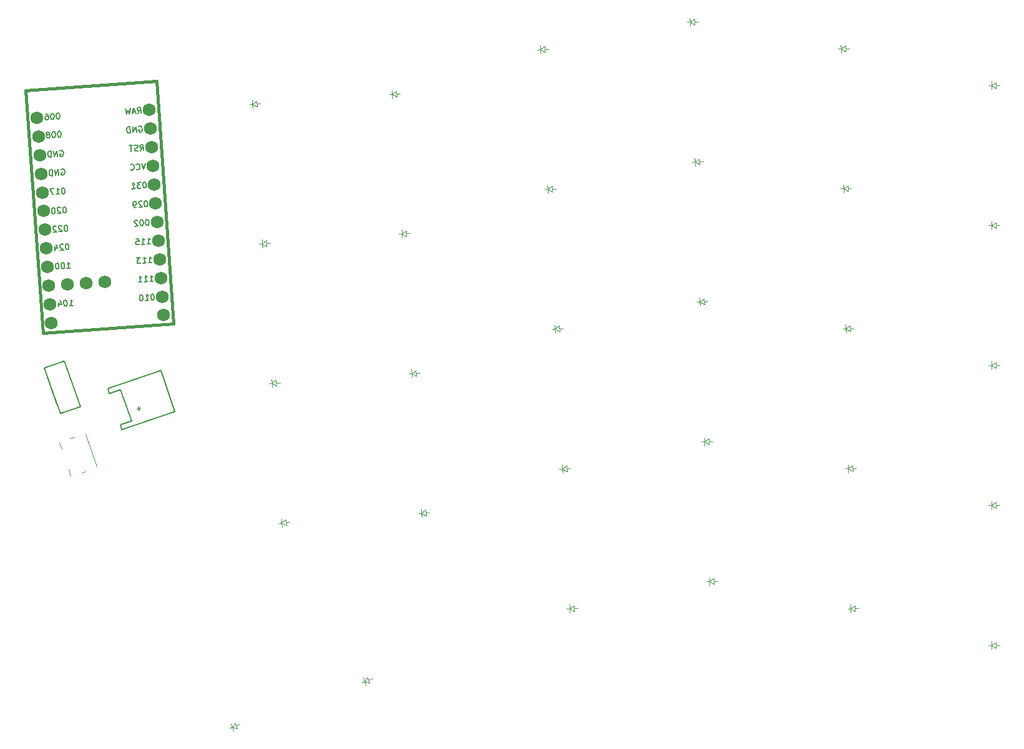
<source format=gbr>
%TF.GenerationSoftware,KiCad,Pcbnew,8.0.4*%
%TF.CreationDate,2024-08-23T21:58:39-04:00*%
%TF.ProjectId,right,72696768-742e-46b6-9963-61645f706362,v1.0.0*%
%TF.SameCoordinates,Original*%
%TF.FileFunction,Legend,Bot*%
%TF.FilePolarity,Positive*%
%FSLAX46Y46*%
G04 Gerber Fmt 4.6, Leading zero omitted, Abs format (unit mm)*
G04 Created by KiCad (PCBNEW 8.0.4) date 2024-08-23 21:58:39*
%MOMM*%
%LPD*%
G01*
G04 APERTURE LIST*
%ADD10C,0.150000*%
%ADD11C,0.381000*%
%ADD12C,0.100000*%
%ADD13C,0.120000*%
%ADD14C,1.752600*%
G04 APERTURE END LIST*
D10*
X234965392Y-137192917D02*
X234889387Y-137198232D01*
X234889387Y-137198232D02*
X234816039Y-137241549D01*
X234816039Y-137241549D02*
X234780694Y-137282209D01*
X234780694Y-137282209D02*
X234748007Y-137360871D01*
X234748007Y-137360871D02*
X234720634Y-137515538D01*
X234720634Y-137515538D02*
X234733921Y-137705550D01*
X234733921Y-137705550D02*
X234782553Y-137854903D01*
X234782553Y-137854903D02*
X234825870Y-137928250D01*
X234825870Y-137928250D02*
X234866530Y-137963595D01*
X234866530Y-137963595D02*
X234945192Y-137996283D01*
X234945192Y-137996283D02*
X235021197Y-137990968D01*
X235021197Y-137990968D02*
X235094545Y-137947651D01*
X235094545Y-137947651D02*
X235129890Y-137906991D01*
X235129890Y-137906991D02*
X235162577Y-137828329D01*
X235162577Y-137828329D02*
X235189950Y-137673662D01*
X235189950Y-137673662D02*
X235176663Y-137483649D01*
X235176663Y-137483649D02*
X235128031Y-137334297D01*
X235128031Y-137334297D02*
X235084714Y-137260950D01*
X235084714Y-137260950D02*
X235044054Y-137225604D01*
X235044054Y-137225604D02*
X234965392Y-137192917D01*
X234205343Y-137246065D02*
X234129338Y-137251379D01*
X234129338Y-137251379D02*
X234055990Y-137294697D01*
X234055990Y-137294697D02*
X234020645Y-137335356D01*
X234020645Y-137335356D02*
X233987958Y-137414019D01*
X233987958Y-137414019D02*
X233960585Y-137568686D01*
X233960585Y-137568686D02*
X233973872Y-137758698D01*
X233973872Y-137758698D02*
X234022504Y-137908050D01*
X234022504Y-137908050D02*
X234065821Y-137981398D01*
X234065821Y-137981398D02*
X234106481Y-138016743D01*
X234106481Y-138016743D02*
X234185143Y-138049431D01*
X234185143Y-138049431D02*
X234261148Y-138044116D01*
X234261148Y-138044116D02*
X234334495Y-138000799D01*
X234334495Y-138000799D02*
X234369841Y-137960139D01*
X234369841Y-137960139D02*
X234402528Y-137881477D01*
X234402528Y-137881477D02*
X234429901Y-137726809D01*
X234429901Y-137726809D02*
X234416614Y-137536797D01*
X234416614Y-137536797D02*
X234367982Y-137387445D01*
X234367982Y-137387445D02*
X234324665Y-137314097D01*
X234324665Y-137314097D02*
X234284005Y-137278752D01*
X234284005Y-137278752D02*
X234205343Y-137246065D01*
X233640621Y-137361930D02*
X233599961Y-137326585D01*
X233599961Y-137326585D02*
X233521299Y-137293898D01*
X233521299Y-137293898D02*
X233331286Y-137307185D01*
X233331286Y-137307185D02*
X233257939Y-137350502D01*
X233257939Y-137350502D02*
X233222594Y-137391162D01*
X233222594Y-137391162D02*
X233189906Y-137469824D01*
X233189906Y-137469824D02*
X233195221Y-137545829D01*
X233195221Y-137545829D02*
X233241196Y-137657179D01*
X233241196Y-137657179D02*
X233729114Y-138081319D01*
X233729114Y-138081319D02*
X233235082Y-138115865D01*
X223275093Y-130409963D02*
X223348440Y-130366646D01*
X223348440Y-130366646D02*
X223462447Y-130358674D01*
X223462447Y-130358674D02*
X223579112Y-130388704D01*
X223579112Y-130388704D02*
X223660432Y-130459394D01*
X223660432Y-130459394D02*
X223703749Y-130532742D01*
X223703749Y-130532742D02*
X223752381Y-130682094D01*
X223752381Y-130682094D02*
X223760353Y-130796101D01*
X223760353Y-130796101D02*
X223732980Y-130950769D01*
X223732980Y-130950769D02*
X223700293Y-131029431D01*
X223700293Y-131029431D02*
X223629602Y-131110750D01*
X223629602Y-131110750D02*
X223518253Y-131156725D01*
X223518253Y-131156725D02*
X223442248Y-131162040D01*
X223442248Y-131162040D02*
X223325583Y-131132010D01*
X223325583Y-131132010D02*
X223284923Y-131096665D01*
X223284923Y-131096665D02*
X223266321Y-130830647D01*
X223266321Y-130830647D02*
X223418331Y-130820018D01*
X222948216Y-131196586D02*
X222892411Y-130398535D01*
X222892411Y-130398535D02*
X222492187Y-131228475D01*
X222492187Y-131228475D02*
X222436382Y-130430423D01*
X222112163Y-131255048D02*
X222056357Y-130456997D01*
X222056357Y-130456997D02*
X221866345Y-130470284D01*
X221866345Y-130470284D02*
X221754995Y-130516259D01*
X221754995Y-130516259D02*
X221684305Y-130597578D01*
X221684305Y-130597578D02*
X221651617Y-130676241D01*
X221651617Y-130676241D02*
X221624245Y-130830908D01*
X221624245Y-130830908D02*
X221632217Y-130944915D01*
X221632217Y-130944915D02*
X221680849Y-131094268D01*
X221680849Y-131094268D02*
X221724166Y-131167615D01*
X221724166Y-131167615D02*
X221805486Y-131238305D01*
X221805486Y-131238305D02*
X221922150Y-131268335D01*
X221922150Y-131268335D02*
X222112163Y-131255048D01*
X235286725Y-145611008D02*
X235742754Y-145579119D01*
X235514740Y-145595063D02*
X235458934Y-144797012D01*
X235458934Y-144797012D02*
X235542911Y-144905705D01*
X235542911Y-144905705D02*
X235624231Y-144976395D01*
X235624231Y-144976395D02*
X235702893Y-145009082D01*
X234526676Y-145664156D02*
X234982705Y-145632267D01*
X234754691Y-145648211D02*
X234698885Y-144850160D01*
X234698885Y-144850160D02*
X234782862Y-144958853D01*
X234782862Y-144958853D02*
X234864182Y-145029543D01*
X234864182Y-145029543D02*
X234942844Y-145062230D01*
X233766627Y-145717303D02*
X234222656Y-145685415D01*
X233994642Y-145701359D02*
X233938836Y-144903308D01*
X233938836Y-144903308D02*
X234022813Y-145012000D01*
X234022813Y-145012000D02*
X234104133Y-145082690D01*
X234104133Y-145082690D02*
X234182795Y-145115378D01*
X224062139Y-143849706D02*
X224518168Y-143817817D01*
X224290154Y-143833761D02*
X224234348Y-143035710D01*
X224234348Y-143035710D02*
X224318325Y-143144403D01*
X224318325Y-143144403D02*
X224399645Y-143215093D01*
X224399645Y-143215093D02*
X224478307Y-143247780D01*
X223512302Y-143086201D02*
X223436297Y-143091515D01*
X223436297Y-143091515D02*
X223362949Y-143134833D01*
X223362949Y-143134833D02*
X223327604Y-143175492D01*
X223327604Y-143175492D02*
X223294917Y-143254155D01*
X223294917Y-143254155D02*
X223267544Y-143408822D01*
X223267544Y-143408822D02*
X223280831Y-143598834D01*
X223280831Y-143598834D02*
X223329463Y-143748186D01*
X223329463Y-143748186D02*
X223372780Y-143821534D01*
X223372780Y-143821534D02*
X223413440Y-143856879D01*
X223413440Y-143856879D02*
X223492102Y-143889567D01*
X223492102Y-143889567D02*
X223568107Y-143884252D01*
X223568107Y-143884252D02*
X223641454Y-143840935D01*
X223641454Y-143840935D02*
X223676800Y-143800275D01*
X223676800Y-143800275D02*
X223709487Y-143721613D01*
X223709487Y-143721613D02*
X223736860Y-143566945D01*
X223736860Y-143566945D02*
X223723573Y-143376933D01*
X223723573Y-143376933D02*
X223674941Y-143227581D01*
X223674941Y-143227581D02*
X223631624Y-143154233D01*
X223631624Y-143154233D02*
X223590964Y-143118888D01*
X223590964Y-143118888D02*
X223512302Y-143086201D01*
X222752253Y-143139348D02*
X222676248Y-143144663D01*
X222676248Y-143144663D02*
X222602900Y-143187980D01*
X222602900Y-143187980D02*
X222567555Y-143228640D01*
X222567555Y-143228640D02*
X222534868Y-143307303D01*
X222534868Y-143307303D02*
X222507495Y-143461970D01*
X222507495Y-143461970D02*
X222520782Y-143651982D01*
X222520782Y-143651982D02*
X222569414Y-143801334D01*
X222569414Y-143801334D02*
X222612731Y-143874682D01*
X222612731Y-143874682D02*
X222653391Y-143910027D01*
X222653391Y-143910027D02*
X222732053Y-143942714D01*
X222732053Y-143942714D02*
X222808058Y-143937400D01*
X222808058Y-143937400D02*
X222881405Y-143894082D01*
X222881405Y-143894082D02*
X222916751Y-143853423D01*
X222916751Y-143853423D02*
X222949438Y-143774760D01*
X222949438Y-143774760D02*
X222976811Y-143620093D01*
X222976811Y-143620093D02*
X222963524Y-143430081D01*
X222963524Y-143430081D02*
X222914892Y-143280729D01*
X222914892Y-143280729D02*
X222871575Y-143207381D01*
X222871575Y-143207381D02*
X222830915Y-143172036D01*
X222830915Y-143172036D02*
X222752253Y-143139348D01*
X234699865Y-129572877D02*
X234489653Y-130389530D01*
X234489653Y-130389530D02*
X234167831Y-129610081D01*
X233496275Y-130382617D02*
X233536935Y-130417962D01*
X233536935Y-130417962D02*
X233653600Y-130447993D01*
X233653600Y-130447993D02*
X233729605Y-130442678D01*
X233729605Y-130442678D02*
X233840954Y-130396703D01*
X233840954Y-130396703D02*
X233911645Y-130315384D01*
X233911645Y-130315384D02*
X233944332Y-130236721D01*
X233944332Y-130236721D02*
X233971705Y-130082054D01*
X233971705Y-130082054D02*
X233963733Y-129968047D01*
X233963733Y-129968047D02*
X233915101Y-129818694D01*
X233915101Y-129818694D02*
X233871784Y-129745347D01*
X233871784Y-129745347D02*
X233790464Y-129674657D01*
X233790464Y-129674657D02*
X233673799Y-129644627D01*
X233673799Y-129644627D02*
X233597794Y-129649941D01*
X233597794Y-129649941D02*
X233486445Y-129695916D01*
X233486445Y-129695916D02*
X233451099Y-129736576D01*
X232698224Y-130438422D02*
X232738884Y-130473767D01*
X232738884Y-130473767D02*
X232855548Y-130503798D01*
X232855548Y-130503798D02*
X232931553Y-130498483D01*
X232931553Y-130498483D02*
X233042903Y-130452508D01*
X233042903Y-130452508D02*
X233113593Y-130371189D01*
X233113593Y-130371189D02*
X233146281Y-130292526D01*
X233146281Y-130292526D02*
X233173654Y-130137859D01*
X233173654Y-130137859D02*
X233165682Y-130023852D01*
X233165682Y-130023852D02*
X233117050Y-129874500D01*
X233117050Y-129874500D02*
X233073732Y-129801152D01*
X233073732Y-129801152D02*
X232992413Y-129730462D01*
X232992413Y-129730462D02*
X232875748Y-129700432D01*
X232875748Y-129700432D02*
X232799743Y-129705747D01*
X232799743Y-129705747D02*
X232688393Y-129751721D01*
X232688393Y-129751721D02*
X232653048Y-129792381D01*
X223564323Y-132907777D02*
X223488318Y-132913092D01*
X223488318Y-132913092D02*
X223414970Y-132956409D01*
X223414970Y-132956409D02*
X223379625Y-132997069D01*
X223379625Y-132997069D02*
X223346938Y-133075731D01*
X223346938Y-133075731D02*
X223319565Y-133230398D01*
X223319565Y-133230398D02*
X223332852Y-133420410D01*
X223332852Y-133420410D02*
X223381484Y-133569763D01*
X223381484Y-133569763D02*
X223424801Y-133643110D01*
X223424801Y-133643110D02*
X223465461Y-133678455D01*
X223465461Y-133678455D02*
X223544123Y-133711143D01*
X223544123Y-133711143D02*
X223620128Y-133705828D01*
X223620128Y-133705828D02*
X223693476Y-133662511D01*
X223693476Y-133662511D02*
X223728821Y-133621851D01*
X223728821Y-133621851D02*
X223761508Y-133543189D01*
X223761508Y-133543189D02*
X223788881Y-133388522D01*
X223788881Y-133388522D02*
X223775594Y-133198509D01*
X223775594Y-133198509D02*
X223726962Y-133049157D01*
X223726962Y-133049157D02*
X223683645Y-132975810D01*
X223683645Y-132975810D02*
X223642985Y-132940464D01*
X223642985Y-132940464D02*
X223564323Y-132907777D01*
X222594062Y-133777578D02*
X223050091Y-133745689D01*
X222822077Y-133761633D02*
X222766271Y-132963582D01*
X222766271Y-132963582D02*
X222850248Y-133072275D01*
X222850248Y-133072275D02*
X222931568Y-133142965D01*
X222931568Y-133142965D02*
X223010230Y-133175652D01*
X222272239Y-132998128D02*
X221740205Y-133035332D01*
X221740205Y-133035332D02*
X222138032Y-133809466D01*
X223097912Y-127876151D02*
X223171259Y-127832834D01*
X223171259Y-127832834D02*
X223285266Y-127824862D01*
X223285266Y-127824862D02*
X223401931Y-127854892D01*
X223401931Y-127854892D02*
X223483251Y-127925582D01*
X223483251Y-127925582D02*
X223526568Y-127998930D01*
X223526568Y-127998930D02*
X223575200Y-128148282D01*
X223575200Y-128148282D02*
X223583172Y-128262289D01*
X223583172Y-128262289D02*
X223555799Y-128416957D01*
X223555799Y-128416957D02*
X223523112Y-128495619D01*
X223523112Y-128495619D02*
X223452421Y-128576938D01*
X223452421Y-128576938D02*
X223341072Y-128622913D01*
X223341072Y-128622913D02*
X223265067Y-128628228D01*
X223265067Y-128628228D02*
X223148402Y-128598198D01*
X223148402Y-128598198D02*
X223107742Y-128562853D01*
X223107742Y-128562853D02*
X223089140Y-128296835D01*
X223089140Y-128296835D02*
X223241150Y-128286206D01*
X222771035Y-128662774D02*
X222715230Y-127864723D01*
X222715230Y-127864723D02*
X222315006Y-128694663D01*
X222315006Y-128694663D02*
X222259201Y-127896611D01*
X221934982Y-128721236D02*
X221879176Y-127923185D01*
X221879176Y-127923185D02*
X221689164Y-127936472D01*
X221689164Y-127936472D02*
X221577814Y-127982447D01*
X221577814Y-127982447D02*
X221507124Y-128063766D01*
X221507124Y-128063766D02*
X221474436Y-128142429D01*
X221474436Y-128142429D02*
X221447064Y-128297096D01*
X221447064Y-128297096D02*
X221455036Y-128411103D01*
X221455036Y-128411103D02*
X221503668Y-128560456D01*
X221503668Y-128560456D02*
X221546985Y-128633803D01*
X221546985Y-128633803D02*
X221628305Y-128704493D01*
X221628305Y-128704493D02*
X221744969Y-128734523D01*
X221744969Y-128734523D02*
X221934982Y-128721236D01*
X224095169Y-140499240D02*
X224019164Y-140504555D01*
X224019164Y-140504555D02*
X223945816Y-140547872D01*
X223945816Y-140547872D02*
X223910471Y-140588532D01*
X223910471Y-140588532D02*
X223877784Y-140667194D01*
X223877784Y-140667194D02*
X223850411Y-140821861D01*
X223850411Y-140821861D02*
X223863698Y-141011873D01*
X223863698Y-141011873D02*
X223912330Y-141161226D01*
X223912330Y-141161226D02*
X223955647Y-141234573D01*
X223955647Y-141234573D02*
X223996307Y-141269918D01*
X223996307Y-141269918D02*
X224074969Y-141302606D01*
X224074969Y-141302606D02*
X224150974Y-141297291D01*
X224150974Y-141297291D02*
X224224322Y-141253974D01*
X224224322Y-141253974D02*
X224259667Y-141213314D01*
X224259667Y-141213314D02*
X224292354Y-141134652D01*
X224292354Y-141134652D02*
X224319727Y-140979985D01*
X224319727Y-140979985D02*
X224306440Y-140789972D01*
X224306440Y-140789972D02*
X224257808Y-140640620D01*
X224257808Y-140640620D02*
X224214491Y-140567273D01*
X224214491Y-140567273D02*
X224173831Y-140531927D01*
X224173831Y-140531927D02*
X224095169Y-140499240D01*
X223530447Y-140615106D02*
X223489787Y-140579760D01*
X223489787Y-140579760D02*
X223411125Y-140547073D01*
X223411125Y-140547073D02*
X223221112Y-140560360D01*
X223221112Y-140560360D02*
X223147765Y-140603677D01*
X223147765Y-140603677D02*
X223112420Y-140644337D01*
X223112420Y-140644337D02*
X223079732Y-140722999D01*
X223079732Y-140722999D02*
X223085047Y-140799004D01*
X223085047Y-140799004D02*
X223131022Y-140910354D01*
X223131022Y-140910354D02*
X223618940Y-141334495D01*
X223618940Y-141334495D02*
X223124908Y-141369041D01*
X222403660Y-140884839D02*
X222440864Y-141416874D01*
X222572413Y-140567533D02*
X222802286Y-141124283D01*
X222802286Y-141124283D02*
X222308255Y-141158829D01*
X234611030Y-132125292D02*
X234535025Y-132130607D01*
X234535025Y-132130607D02*
X234461677Y-132173924D01*
X234461677Y-132173924D02*
X234426332Y-132214584D01*
X234426332Y-132214584D02*
X234393645Y-132293246D01*
X234393645Y-132293246D02*
X234366272Y-132447913D01*
X234366272Y-132447913D02*
X234379559Y-132637925D01*
X234379559Y-132637925D02*
X234428191Y-132787278D01*
X234428191Y-132787278D02*
X234471508Y-132860625D01*
X234471508Y-132860625D02*
X234512168Y-132895970D01*
X234512168Y-132895970D02*
X234590830Y-132928658D01*
X234590830Y-132928658D02*
X234666835Y-132923343D01*
X234666835Y-132923343D02*
X234740183Y-132880026D01*
X234740183Y-132880026D02*
X234775528Y-132839366D01*
X234775528Y-132839366D02*
X234808215Y-132760704D01*
X234808215Y-132760704D02*
X234835588Y-132606037D01*
X234835588Y-132606037D02*
X234822301Y-132416024D01*
X234822301Y-132416024D02*
X234773669Y-132266672D01*
X234773669Y-132266672D02*
X234730352Y-132193325D01*
X234730352Y-132193325D02*
X234689692Y-132157979D01*
X234689692Y-132157979D02*
X234611030Y-132125292D01*
X234078995Y-132162495D02*
X233584964Y-132197041D01*
X233584964Y-132197041D02*
X233872240Y-132482459D01*
X233872240Y-132482459D02*
X233758233Y-132490431D01*
X233758233Y-132490431D02*
X233684885Y-132533749D01*
X233684885Y-132533749D02*
X233649540Y-132574408D01*
X233649540Y-132574408D02*
X233616852Y-132653071D01*
X233616852Y-132653071D02*
X233630139Y-132843083D01*
X233630139Y-132843083D02*
X233673457Y-132916430D01*
X233673457Y-132916430D02*
X233714116Y-132951775D01*
X233714116Y-132951775D02*
X233792779Y-132984463D01*
X233792779Y-132984463D02*
X234020793Y-132968519D01*
X234020793Y-132968519D02*
X234094141Y-132925201D01*
X234094141Y-132925201D02*
X234129486Y-132884542D01*
X232880720Y-133048240D02*
X233336749Y-133016352D01*
X233108735Y-133032296D02*
X233052929Y-132234245D01*
X233052929Y-132234245D02*
X233136906Y-132342937D01*
X233136906Y-132342937D02*
X233218226Y-132413627D01*
X233218226Y-132413627D02*
X233296888Y-132446315D01*
X234002134Y-127877418D02*
X234241577Y-127478792D01*
X234458163Y-127845530D02*
X234402358Y-127047478D01*
X234402358Y-127047478D02*
X234098338Y-127068737D01*
X234098338Y-127068737D02*
X234024991Y-127112055D01*
X234024991Y-127112055D02*
X233989646Y-127152714D01*
X233989646Y-127152714D02*
X233956958Y-127231377D01*
X233956958Y-127231377D02*
X233964930Y-127345384D01*
X233964930Y-127345384D02*
X234008247Y-127418732D01*
X234008247Y-127418732D02*
X234048907Y-127454077D01*
X234048907Y-127454077D02*
X234127570Y-127486764D01*
X234127570Y-127486764D02*
X234431589Y-127465505D01*
X233695457Y-127860675D02*
X233584107Y-127906650D01*
X233584107Y-127906650D02*
X233394095Y-127919936D01*
X233394095Y-127919936D02*
X233315432Y-127887249D01*
X233315432Y-127887249D02*
X233274773Y-127851904D01*
X233274773Y-127851904D02*
X233231455Y-127778556D01*
X233231455Y-127778556D02*
X233226141Y-127702551D01*
X233226141Y-127702551D02*
X233258828Y-127623889D01*
X233258828Y-127623889D02*
X233294173Y-127583229D01*
X233294173Y-127583229D02*
X233367521Y-127539912D01*
X233367521Y-127539912D02*
X233516873Y-127491280D01*
X233516873Y-127491280D02*
X233590221Y-127447963D01*
X233590221Y-127447963D02*
X233625566Y-127407303D01*
X233625566Y-127407303D02*
X233658253Y-127328641D01*
X233658253Y-127328641D02*
X233652939Y-127252636D01*
X233652939Y-127252636D02*
X233609621Y-127179288D01*
X233609621Y-127179288D02*
X233568962Y-127143943D01*
X233568962Y-127143943D02*
X233490299Y-127111256D01*
X233490299Y-127111256D02*
X233300287Y-127124543D01*
X233300287Y-127124543D02*
X233188937Y-127170517D01*
X232958265Y-127148459D02*
X232502236Y-127180348D01*
X232786055Y-127962455D02*
X232730250Y-127164403D01*
X222854899Y-122762551D02*
X222778894Y-122767866D01*
X222778894Y-122767866D02*
X222705546Y-122811183D01*
X222705546Y-122811183D02*
X222670201Y-122851843D01*
X222670201Y-122851843D02*
X222637514Y-122930505D01*
X222637514Y-122930505D02*
X222610141Y-123085172D01*
X222610141Y-123085172D02*
X222623428Y-123275184D01*
X222623428Y-123275184D02*
X222672060Y-123424537D01*
X222672060Y-123424537D02*
X222715377Y-123497884D01*
X222715377Y-123497884D02*
X222756037Y-123533229D01*
X222756037Y-123533229D02*
X222834699Y-123565917D01*
X222834699Y-123565917D02*
X222910704Y-123560602D01*
X222910704Y-123560602D02*
X222984052Y-123517285D01*
X222984052Y-123517285D02*
X223019397Y-123476625D01*
X223019397Y-123476625D02*
X223052084Y-123397963D01*
X223052084Y-123397963D02*
X223079457Y-123243296D01*
X223079457Y-123243296D02*
X223066170Y-123053283D01*
X223066170Y-123053283D02*
X223017538Y-122903931D01*
X223017538Y-122903931D02*
X222974221Y-122830584D01*
X222974221Y-122830584D02*
X222933561Y-122795238D01*
X222933561Y-122795238D02*
X222854899Y-122762551D01*
X222094850Y-122815699D02*
X222018845Y-122821013D01*
X222018845Y-122821013D02*
X221945497Y-122864331D01*
X221945497Y-122864331D02*
X221910152Y-122904990D01*
X221910152Y-122904990D02*
X221877465Y-122983653D01*
X221877465Y-122983653D02*
X221850092Y-123138320D01*
X221850092Y-123138320D02*
X221863379Y-123328332D01*
X221863379Y-123328332D02*
X221912011Y-123477684D01*
X221912011Y-123477684D02*
X221955328Y-123551032D01*
X221955328Y-123551032D02*
X221995988Y-123586377D01*
X221995988Y-123586377D02*
X222074650Y-123619065D01*
X222074650Y-123619065D02*
X222150655Y-123613750D01*
X222150655Y-123613750D02*
X222224002Y-123570433D01*
X222224002Y-123570433D02*
X222259348Y-123529773D01*
X222259348Y-123529773D02*
X222292035Y-123451111D01*
X222292035Y-123451111D02*
X222319408Y-123296443D01*
X222319408Y-123296443D02*
X222306121Y-123106431D01*
X222306121Y-123106431D02*
X222257489Y-122957079D01*
X222257489Y-122957079D02*
X222214172Y-122883731D01*
X222214172Y-122883731D02*
X222173512Y-122848386D01*
X222173512Y-122848386D02*
X222094850Y-122815699D01*
X221144789Y-122882133D02*
X221296798Y-122871504D01*
X221296798Y-122871504D02*
X221375461Y-122904191D01*
X221375461Y-122904191D02*
X221416120Y-122939537D01*
X221416120Y-122939537D02*
X221500097Y-123048229D01*
X221500097Y-123048229D02*
X221548729Y-123197581D01*
X221548729Y-123197581D02*
X221569989Y-123501601D01*
X221569989Y-123501601D02*
X221537301Y-123580263D01*
X221537301Y-123580263D02*
X221501956Y-123620923D01*
X221501956Y-123620923D02*
X221428608Y-123664240D01*
X221428608Y-123664240D02*
X221276599Y-123674870D01*
X221276599Y-123674870D02*
X221197936Y-123642182D01*
X221197936Y-123642182D02*
X221157277Y-123606837D01*
X221157277Y-123606837D02*
X221113959Y-123533490D01*
X221113959Y-123533490D02*
X221100672Y-123343477D01*
X221100672Y-123343477D02*
X221133360Y-123264815D01*
X221133360Y-123264815D02*
X221168705Y-123224155D01*
X221168705Y-123224155D02*
X221242053Y-123180838D01*
X221242053Y-123180838D02*
X221394062Y-123170209D01*
X221394062Y-123170209D02*
X221472725Y-123202896D01*
X221472725Y-123202896D02*
X221513384Y-123238241D01*
X221513384Y-123238241D02*
X221556702Y-123311589D01*
X233647771Y-122809793D02*
X233887215Y-122411167D01*
X234103801Y-122777904D02*
X234047995Y-121979853D01*
X234047995Y-121979853D02*
X233743976Y-122001112D01*
X233743976Y-122001112D02*
X233670628Y-122044429D01*
X233670628Y-122044429D02*
X233635283Y-122085089D01*
X233635283Y-122085089D02*
X233602596Y-122163752D01*
X233602596Y-122163752D02*
X233610568Y-122277759D01*
X233610568Y-122277759D02*
X233653885Y-122351106D01*
X233653885Y-122351106D02*
X233694545Y-122386451D01*
X233694545Y-122386451D02*
X233773207Y-122419139D01*
X233773207Y-122419139D02*
X234077227Y-122397880D01*
X233327807Y-122603038D02*
X232947783Y-122629611D01*
X233419757Y-122825737D02*
X233097934Y-122046288D01*
X233097934Y-122046288D02*
X232887723Y-122862941D01*
X232641905Y-122078177D02*
X232507698Y-122889515D01*
X232507698Y-122889515D02*
X232315828Y-122330108D01*
X232315828Y-122330108D02*
X232203679Y-122910774D01*
X232203679Y-122910774D02*
X231957862Y-122126010D01*
X234932362Y-140543383D02*
X235388391Y-140511494D01*
X235160377Y-140527438D02*
X235104571Y-139729387D01*
X235104571Y-139729387D02*
X235188548Y-139838080D01*
X235188548Y-139838080D02*
X235269868Y-139908770D01*
X235269868Y-139908770D02*
X235348530Y-139941457D01*
X234172313Y-140596531D02*
X234628342Y-140564642D01*
X234400328Y-140580586D02*
X234344522Y-139782535D01*
X234344522Y-139782535D02*
X234428499Y-139891228D01*
X234428499Y-139891228D02*
X234509819Y-139961918D01*
X234509819Y-139961918D02*
X234588481Y-139994605D01*
X233394461Y-139848970D02*
X233774486Y-139822396D01*
X233774486Y-139822396D02*
X233839062Y-140199763D01*
X233839062Y-140199763D02*
X233798402Y-140164418D01*
X233798402Y-140164418D02*
X233719740Y-140131730D01*
X233719740Y-140131730D02*
X233529728Y-140145017D01*
X233529728Y-140145017D02*
X233456380Y-140188334D01*
X233456380Y-140188334D02*
X233421035Y-140228994D01*
X233421035Y-140228994D02*
X233388347Y-140307656D01*
X233388347Y-140307656D02*
X233401634Y-140497669D01*
X233401634Y-140497669D02*
X233444952Y-140571016D01*
X233444952Y-140571016D02*
X233485611Y-140606361D01*
X233485611Y-140606361D02*
X233564274Y-140639049D01*
X233564274Y-140639049D02*
X233754286Y-140625762D01*
X233754286Y-140625762D02*
X233827633Y-140582445D01*
X233827633Y-140582445D02*
X233862978Y-140541785D01*
X224416502Y-148917331D02*
X224872531Y-148885442D01*
X224644517Y-148901386D02*
X224588711Y-148103335D01*
X224588711Y-148103335D02*
X224672688Y-148212028D01*
X224672688Y-148212028D02*
X224754008Y-148282718D01*
X224754008Y-148282718D02*
X224832670Y-148315405D01*
X223866665Y-148153826D02*
X223790660Y-148159140D01*
X223790660Y-148159140D02*
X223717312Y-148202458D01*
X223717312Y-148202458D02*
X223681967Y-148243117D01*
X223681967Y-148243117D02*
X223649280Y-148321780D01*
X223649280Y-148321780D02*
X223621907Y-148476447D01*
X223621907Y-148476447D02*
X223635194Y-148666459D01*
X223635194Y-148666459D02*
X223683826Y-148815811D01*
X223683826Y-148815811D02*
X223727143Y-148889159D01*
X223727143Y-148889159D02*
X223767803Y-148924504D01*
X223767803Y-148924504D02*
X223846465Y-148957192D01*
X223846465Y-148957192D02*
X223922470Y-148951877D01*
X223922470Y-148951877D02*
X223995817Y-148908560D01*
X223995817Y-148908560D02*
X224031163Y-148867900D01*
X224031163Y-148867900D02*
X224063850Y-148789238D01*
X224063850Y-148789238D02*
X224091223Y-148634570D01*
X224091223Y-148634570D02*
X224077936Y-148444558D01*
X224077936Y-148444558D02*
X224029304Y-148295206D01*
X224029304Y-148295206D02*
X223985987Y-148221858D01*
X223985987Y-148221858D02*
X223945327Y-148186513D01*
X223945327Y-148186513D02*
X223866665Y-148153826D01*
X222935205Y-148486277D02*
X222972409Y-149018312D01*
X223103958Y-148168971D02*
X223333831Y-148725721D01*
X223333831Y-148725721D02*
X222839800Y-148760267D01*
X223920081Y-137995354D02*
X223844076Y-138000669D01*
X223844076Y-138000669D02*
X223770728Y-138043986D01*
X223770728Y-138043986D02*
X223735383Y-138084646D01*
X223735383Y-138084646D02*
X223702696Y-138163308D01*
X223702696Y-138163308D02*
X223675323Y-138317975D01*
X223675323Y-138317975D02*
X223688610Y-138507987D01*
X223688610Y-138507987D02*
X223737242Y-138657340D01*
X223737242Y-138657340D02*
X223780559Y-138730687D01*
X223780559Y-138730687D02*
X223821219Y-138766032D01*
X223821219Y-138766032D02*
X223899881Y-138798720D01*
X223899881Y-138798720D02*
X223975886Y-138793405D01*
X223975886Y-138793405D02*
X224049234Y-138750088D01*
X224049234Y-138750088D02*
X224084579Y-138709428D01*
X224084579Y-138709428D02*
X224117266Y-138630766D01*
X224117266Y-138630766D02*
X224144639Y-138476099D01*
X224144639Y-138476099D02*
X224131352Y-138286086D01*
X224131352Y-138286086D02*
X224082720Y-138136734D01*
X224082720Y-138136734D02*
X224039403Y-138063387D01*
X224039403Y-138063387D02*
X223998743Y-138028041D01*
X223998743Y-138028041D02*
X223920081Y-137995354D01*
X223355359Y-138111220D02*
X223314699Y-138075874D01*
X223314699Y-138075874D02*
X223236037Y-138043187D01*
X223236037Y-138043187D02*
X223046024Y-138056474D01*
X223046024Y-138056474D02*
X222972677Y-138099791D01*
X222972677Y-138099791D02*
X222937332Y-138140451D01*
X222937332Y-138140451D02*
X222904644Y-138219113D01*
X222904644Y-138219113D02*
X222909959Y-138295118D01*
X222909959Y-138295118D02*
X222955934Y-138406468D01*
X222955934Y-138406468D02*
X223443852Y-138830609D01*
X223443852Y-138830609D02*
X222949820Y-138865155D01*
X222595310Y-138164367D02*
X222554650Y-138129022D01*
X222554650Y-138129022D02*
X222475988Y-138096335D01*
X222475988Y-138096335D02*
X222285975Y-138109622D01*
X222285975Y-138109622D02*
X222212628Y-138152939D01*
X222212628Y-138152939D02*
X222177283Y-138193599D01*
X222177283Y-138193599D02*
X222144595Y-138272261D01*
X222144595Y-138272261D02*
X222149910Y-138348266D01*
X222149910Y-138348266D02*
X222195885Y-138459616D01*
X222195885Y-138459616D02*
X222683803Y-138883756D01*
X222683803Y-138883756D02*
X222189771Y-138918302D01*
X223745690Y-135501444D02*
X223669685Y-135506759D01*
X223669685Y-135506759D02*
X223596337Y-135550076D01*
X223596337Y-135550076D02*
X223560992Y-135590736D01*
X223560992Y-135590736D02*
X223528305Y-135669398D01*
X223528305Y-135669398D02*
X223500932Y-135824065D01*
X223500932Y-135824065D02*
X223514219Y-136014077D01*
X223514219Y-136014077D02*
X223562851Y-136163430D01*
X223562851Y-136163430D02*
X223606168Y-136236777D01*
X223606168Y-136236777D02*
X223646828Y-136272122D01*
X223646828Y-136272122D02*
X223725490Y-136304810D01*
X223725490Y-136304810D02*
X223801495Y-136299495D01*
X223801495Y-136299495D02*
X223874843Y-136256178D01*
X223874843Y-136256178D02*
X223910188Y-136215518D01*
X223910188Y-136215518D02*
X223942875Y-136136856D01*
X223942875Y-136136856D02*
X223970248Y-135982189D01*
X223970248Y-135982189D02*
X223956961Y-135792176D01*
X223956961Y-135792176D02*
X223908329Y-135642824D01*
X223908329Y-135642824D02*
X223865012Y-135569477D01*
X223865012Y-135569477D02*
X223824352Y-135534131D01*
X223824352Y-135534131D02*
X223745690Y-135501444D01*
X223180968Y-135617310D02*
X223140308Y-135581964D01*
X223140308Y-135581964D02*
X223061646Y-135549277D01*
X223061646Y-135549277D02*
X222871633Y-135562564D01*
X222871633Y-135562564D02*
X222798286Y-135605881D01*
X222798286Y-135605881D02*
X222762941Y-135646541D01*
X222762941Y-135646541D02*
X222730253Y-135725203D01*
X222730253Y-135725203D02*
X222735568Y-135801208D01*
X222735568Y-135801208D02*
X222781543Y-135912558D01*
X222781543Y-135912558D02*
X223269461Y-136336699D01*
X223269461Y-136336699D02*
X222775429Y-136371245D01*
X222225592Y-135607739D02*
X222149587Y-135613054D01*
X222149587Y-135613054D02*
X222076239Y-135656371D01*
X222076239Y-135656371D02*
X222040894Y-135697031D01*
X222040894Y-135697031D02*
X222008207Y-135775694D01*
X222008207Y-135775694D02*
X221980834Y-135930361D01*
X221980834Y-135930361D02*
X221994121Y-136120373D01*
X221994121Y-136120373D02*
X222042753Y-136269725D01*
X222042753Y-136269725D02*
X222086070Y-136343073D01*
X222086070Y-136343073D02*
X222126730Y-136378418D01*
X222126730Y-136378418D02*
X222205392Y-136411105D01*
X222205392Y-136411105D02*
X222281397Y-136405791D01*
X222281397Y-136405791D02*
X222354744Y-136362473D01*
X222354744Y-136362473D02*
X222390090Y-136321814D01*
X222390090Y-136321814D02*
X222422777Y-136243151D01*
X222422777Y-136243151D02*
X222450150Y-136088484D01*
X222450150Y-136088484D02*
X222436863Y-135898472D01*
X222436863Y-135898472D02*
X222388231Y-135749120D01*
X222388231Y-135749120D02*
X222344914Y-135675772D01*
X222344914Y-135675772D02*
X222304254Y-135640427D01*
X222304254Y-135640427D02*
X222225592Y-135607739D01*
X223027198Y-125226534D02*
X222951193Y-125231849D01*
X222951193Y-125231849D02*
X222877845Y-125275166D01*
X222877845Y-125275166D02*
X222842500Y-125315826D01*
X222842500Y-125315826D02*
X222809813Y-125394488D01*
X222809813Y-125394488D02*
X222782440Y-125549155D01*
X222782440Y-125549155D02*
X222795727Y-125739167D01*
X222795727Y-125739167D02*
X222844359Y-125888520D01*
X222844359Y-125888520D02*
X222887676Y-125961867D01*
X222887676Y-125961867D02*
X222928336Y-125997212D01*
X222928336Y-125997212D02*
X223006998Y-126029900D01*
X223006998Y-126029900D02*
X223083003Y-126024585D01*
X223083003Y-126024585D02*
X223156351Y-125981268D01*
X223156351Y-125981268D02*
X223191696Y-125940608D01*
X223191696Y-125940608D02*
X223224383Y-125861946D01*
X223224383Y-125861946D02*
X223251756Y-125707279D01*
X223251756Y-125707279D02*
X223238469Y-125517266D01*
X223238469Y-125517266D02*
X223189837Y-125367914D01*
X223189837Y-125367914D02*
X223146520Y-125294567D01*
X223146520Y-125294567D02*
X223105860Y-125259221D01*
X223105860Y-125259221D02*
X223027198Y-125226534D01*
X222267149Y-125279682D02*
X222191144Y-125284996D01*
X222191144Y-125284996D02*
X222117796Y-125328314D01*
X222117796Y-125328314D02*
X222082451Y-125368973D01*
X222082451Y-125368973D02*
X222049764Y-125447636D01*
X222049764Y-125447636D02*
X222022391Y-125602303D01*
X222022391Y-125602303D02*
X222035678Y-125792315D01*
X222035678Y-125792315D02*
X222084310Y-125941667D01*
X222084310Y-125941667D02*
X222127627Y-126015015D01*
X222127627Y-126015015D02*
X222168287Y-126050360D01*
X222168287Y-126050360D02*
X222246949Y-126083048D01*
X222246949Y-126083048D02*
X222322954Y-126077733D01*
X222322954Y-126077733D02*
X222396301Y-126034416D01*
X222396301Y-126034416D02*
X222431647Y-125993756D01*
X222431647Y-125993756D02*
X222464334Y-125915094D01*
X222464334Y-125915094D02*
X222491707Y-125760426D01*
X222491707Y-125760426D02*
X222478420Y-125570414D01*
X222478420Y-125570414D02*
X222429788Y-125421062D01*
X222429788Y-125421062D02*
X222386471Y-125347714D01*
X222386471Y-125347714D02*
X222345811Y-125312369D01*
X222345811Y-125312369D02*
X222267149Y-125279682D01*
X221569019Y-125672194D02*
X221642366Y-125628877D01*
X221642366Y-125628877D02*
X221677711Y-125588217D01*
X221677711Y-125588217D02*
X221710399Y-125509555D01*
X221710399Y-125509555D02*
X221707742Y-125471552D01*
X221707742Y-125471552D02*
X221664424Y-125398205D01*
X221664424Y-125398205D02*
X221623764Y-125362860D01*
X221623764Y-125362860D02*
X221545102Y-125330172D01*
X221545102Y-125330172D02*
X221393092Y-125340802D01*
X221393092Y-125340802D02*
X221319745Y-125384119D01*
X221319745Y-125384119D02*
X221284400Y-125424779D01*
X221284400Y-125424779D02*
X221251712Y-125503441D01*
X221251712Y-125503441D02*
X221254370Y-125541443D01*
X221254370Y-125541443D02*
X221297687Y-125614791D01*
X221297687Y-125614791D02*
X221338347Y-125650136D01*
X221338347Y-125650136D02*
X221417009Y-125682824D01*
X221417009Y-125682824D02*
X221569019Y-125672194D01*
X221569019Y-125672194D02*
X221647681Y-125704882D01*
X221647681Y-125704882D02*
X221688341Y-125740227D01*
X221688341Y-125740227D02*
X221731658Y-125813574D01*
X221731658Y-125813574D02*
X221742288Y-125965584D01*
X221742288Y-125965584D02*
X221709600Y-126044246D01*
X221709600Y-126044246D02*
X221674255Y-126084906D01*
X221674255Y-126084906D02*
X221600907Y-126128223D01*
X221600907Y-126128223D02*
X221448898Y-126138853D01*
X221448898Y-126138853D02*
X221370235Y-126106165D01*
X221370235Y-126106165D02*
X221329576Y-126070820D01*
X221329576Y-126070820D02*
X221286258Y-125997473D01*
X221286258Y-125997473D02*
X221275629Y-125845463D01*
X221275629Y-125845463D02*
X221308316Y-125766801D01*
X221308316Y-125766801D02*
X221343661Y-125726141D01*
X221343661Y-125726141D02*
X221417009Y-125682824D01*
X233809807Y-124580900D02*
X233883154Y-124537583D01*
X233883154Y-124537583D02*
X233997161Y-124529611D01*
X233997161Y-124529611D02*
X234113826Y-124559641D01*
X234113826Y-124559641D02*
X234195146Y-124630331D01*
X234195146Y-124630331D02*
X234238463Y-124703679D01*
X234238463Y-124703679D02*
X234287095Y-124853031D01*
X234287095Y-124853031D02*
X234295067Y-124967038D01*
X234295067Y-124967038D02*
X234267694Y-125121706D01*
X234267694Y-125121706D02*
X234235007Y-125200368D01*
X234235007Y-125200368D02*
X234164316Y-125281687D01*
X234164316Y-125281687D02*
X234052967Y-125327662D01*
X234052967Y-125327662D02*
X233976962Y-125332977D01*
X233976962Y-125332977D02*
X233860297Y-125302947D01*
X233860297Y-125302947D02*
X233819637Y-125267602D01*
X233819637Y-125267602D02*
X233801035Y-125001584D01*
X233801035Y-125001584D02*
X233953045Y-124990955D01*
X233482930Y-125367523D02*
X233427125Y-124569472D01*
X233427125Y-124569472D02*
X233026901Y-125399412D01*
X233026901Y-125399412D02*
X232971096Y-124601360D01*
X232646877Y-125425985D02*
X232591071Y-124627934D01*
X232591071Y-124627934D02*
X232401059Y-124641221D01*
X232401059Y-124641221D02*
X232289709Y-124687196D01*
X232289709Y-124687196D02*
X232219019Y-124768515D01*
X232219019Y-124768515D02*
X232186331Y-124847178D01*
X232186331Y-124847178D02*
X232158959Y-125001845D01*
X232158959Y-125001845D02*
X232166931Y-125115852D01*
X232166931Y-125115852D02*
X232215563Y-125265205D01*
X232215563Y-125265205D02*
X232258880Y-125338552D01*
X232258880Y-125338552D02*
X232340200Y-125409242D01*
X232340200Y-125409242D02*
X232456864Y-125439272D01*
X232456864Y-125439272D02*
X232646877Y-125425985D01*
X234788211Y-134659105D02*
X234712206Y-134664420D01*
X234712206Y-134664420D02*
X234638858Y-134707737D01*
X234638858Y-134707737D02*
X234603513Y-134748397D01*
X234603513Y-134748397D02*
X234570826Y-134827059D01*
X234570826Y-134827059D02*
X234543453Y-134981726D01*
X234543453Y-134981726D02*
X234556740Y-135171738D01*
X234556740Y-135171738D02*
X234605372Y-135321091D01*
X234605372Y-135321091D02*
X234648689Y-135394438D01*
X234648689Y-135394438D02*
X234689349Y-135429783D01*
X234689349Y-135429783D02*
X234768011Y-135462471D01*
X234768011Y-135462471D02*
X234844016Y-135457156D01*
X234844016Y-135457156D02*
X234917364Y-135413839D01*
X234917364Y-135413839D02*
X234952709Y-135373179D01*
X234952709Y-135373179D02*
X234985396Y-135294517D01*
X234985396Y-135294517D02*
X235012769Y-135139850D01*
X235012769Y-135139850D02*
X234999482Y-134949837D01*
X234999482Y-134949837D02*
X234950850Y-134800485D01*
X234950850Y-134800485D02*
X234907533Y-134727138D01*
X234907533Y-134727138D02*
X234866873Y-134691792D01*
X234866873Y-134691792D02*
X234788211Y-134659105D01*
X234223489Y-134774971D02*
X234182829Y-134739625D01*
X234182829Y-134739625D02*
X234104167Y-134706938D01*
X234104167Y-134706938D02*
X233914154Y-134720225D01*
X233914154Y-134720225D02*
X233840807Y-134763542D01*
X233840807Y-134763542D02*
X233805462Y-134804202D01*
X233805462Y-134804202D02*
X233772774Y-134882864D01*
X233772774Y-134882864D02*
X233778089Y-134958869D01*
X233778089Y-134958869D02*
X233824064Y-135070219D01*
X233824064Y-135070219D02*
X234311982Y-135494360D01*
X234311982Y-135494360D02*
X233817950Y-135528906D01*
X233437925Y-135555479D02*
X233285916Y-135566109D01*
X233285916Y-135566109D02*
X233207253Y-135533421D01*
X233207253Y-135533421D02*
X233166593Y-135498076D01*
X233166593Y-135498076D02*
X233082616Y-135389384D01*
X233082616Y-135389384D02*
X233033984Y-135240031D01*
X233033984Y-135240031D02*
X233012725Y-134936012D01*
X233012725Y-134936012D02*
X233045413Y-134857350D01*
X233045413Y-134857350D02*
X233080758Y-134816690D01*
X233080758Y-134816690D02*
X233154105Y-134773373D01*
X233154105Y-134773373D02*
X233306115Y-134762743D01*
X233306115Y-134762743D02*
X233384777Y-134795431D01*
X233384777Y-134795431D02*
X233425437Y-134830776D01*
X233425437Y-134830776D02*
X233468755Y-134904123D01*
X233468755Y-134904123D02*
X233482041Y-135094135D01*
X233482041Y-135094135D02*
X233449354Y-135172798D01*
X233449354Y-135172798D02*
X233414009Y-135213458D01*
X233414009Y-135213458D02*
X233340661Y-135256775D01*
X233340661Y-135256775D02*
X233188652Y-135267404D01*
X233188652Y-135267404D02*
X233109989Y-135234717D01*
X233109989Y-135234717D02*
X233069329Y-135199372D01*
X233069329Y-135199372D02*
X233026012Y-135126024D01*
X235109543Y-143077196D02*
X235565572Y-143045307D01*
X235337558Y-143061251D02*
X235281752Y-142263200D01*
X235281752Y-142263200D02*
X235365729Y-142371893D01*
X235365729Y-142371893D02*
X235447049Y-142442583D01*
X235447049Y-142442583D02*
X235525711Y-142475270D01*
X234349494Y-143130344D02*
X234805523Y-143098455D01*
X234577509Y-143114399D02*
X234521703Y-142316348D01*
X234521703Y-142316348D02*
X234605680Y-142425041D01*
X234605680Y-142425041D02*
X234687000Y-142495731D01*
X234687000Y-142495731D02*
X234765662Y-142528418D01*
X234027671Y-142350894D02*
X233533640Y-142385440D01*
X233533640Y-142385440D02*
X233820916Y-142670858D01*
X233820916Y-142670858D02*
X233706909Y-142678830D01*
X233706909Y-142678830D02*
X233633561Y-142722147D01*
X233633561Y-142722147D02*
X233598216Y-142762807D01*
X233598216Y-142762807D02*
X233565528Y-142841469D01*
X233565528Y-142841469D02*
X233578815Y-143031482D01*
X233578815Y-143031482D02*
X233622133Y-143104829D01*
X233622133Y-143104829D02*
X233662792Y-143140174D01*
X233662792Y-143140174D02*
X233741455Y-143172862D01*
X233741455Y-143172862D02*
X233969469Y-143156917D01*
X233969469Y-143156917D02*
X234042817Y-143113600D01*
X234042817Y-143113600D02*
X234078162Y-143072940D01*
X235674118Y-147328168D02*
X235598113Y-147333483D01*
X235598113Y-147333483D02*
X235524765Y-147376800D01*
X235524765Y-147376800D02*
X235489420Y-147417460D01*
X235489420Y-147417460D02*
X235456733Y-147496122D01*
X235456733Y-147496122D02*
X235429360Y-147650789D01*
X235429360Y-147650789D02*
X235442647Y-147840801D01*
X235442647Y-147840801D02*
X235491279Y-147990154D01*
X235491279Y-147990154D02*
X235534596Y-148063501D01*
X235534596Y-148063501D02*
X235575256Y-148098846D01*
X235575256Y-148098846D02*
X235653918Y-148131534D01*
X235653918Y-148131534D02*
X235729923Y-148126219D01*
X235729923Y-148126219D02*
X235803271Y-148082902D01*
X235803271Y-148082902D02*
X235838616Y-148042242D01*
X235838616Y-148042242D02*
X235871303Y-147963580D01*
X235871303Y-147963580D02*
X235898676Y-147808913D01*
X235898676Y-147808913D02*
X235885389Y-147618900D01*
X235885389Y-147618900D02*
X235836757Y-147469548D01*
X235836757Y-147469548D02*
X235793440Y-147396201D01*
X235793440Y-147396201D02*
X235752780Y-147360855D01*
X235752780Y-147360855D02*
X235674118Y-147328168D01*
X234703857Y-148197969D02*
X235159886Y-148166080D01*
X234931872Y-148182024D02*
X234876066Y-147383973D01*
X234876066Y-147383973D02*
X234960043Y-147492666D01*
X234960043Y-147492666D02*
X235041363Y-147563356D01*
X235041363Y-147563356D02*
X235120025Y-147596043D01*
X234154020Y-147434463D02*
X234078015Y-147439778D01*
X234078015Y-147439778D02*
X234004667Y-147483095D01*
X234004667Y-147483095D02*
X233969322Y-147523755D01*
X233969322Y-147523755D02*
X233936635Y-147602418D01*
X233936635Y-147602418D02*
X233909262Y-147757085D01*
X233909262Y-147757085D02*
X233922549Y-147947097D01*
X233922549Y-147947097D02*
X233971181Y-148096449D01*
X233971181Y-148096449D02*
X234014498Y-148169797D01*
X234014498Y-148169797D02*
X234055158Y-148205142D01*
X234055158Y-148205142D02*
X234133820Y-148237829D01*
X234133820Y-148237829D02*
X234209825Y-148232515D01*
X234209825Y-148232515D02*
X234283172Y-148189197D01*
X234283172Y-148189197D02*
X234318518Y-148148538D01*
X234318518Y-148148538D02*
X234351205Y-148069875D01*
X234351205Y-148069875D02*
X234378578Y-147915208D01*
X234378578Y-147915208D02*
X234365291Y-147725196D01*
X234365291Y-147725196D02*
X234316659Y-147575844D01*
X234316659Y-147575844D02*
X234273342Y-147502496D01*
X234273342Y-147502496D02*
X234232682Y-147467151D01*
X234232682Y-147467151D02*
X234154020Y-147434463D01*
%TO.C,T1*%
X221453831Y-158613792D02*
X222723547Y-162301314D01*
X222088689Y-160457553D02*
X221014314Y-157337342D01*
X222088689Y-160457553D02*
X223163064Y-163577764D01*
X223163064Y-163577764D02*
X225857792Y-162649895D01*
X223709042Y-156409472D02*
X221014314Y-157337342D01*
X225857792Y-162649895D02*
X223709042Y-156409472D01*
D11*
%TO.C,MCU1*%
X218476966Y-119688156D02*
X220780325Y-152627721D01*
X220780325Y-152627721D02*
X238517014Y-151387451D01*
X236213655Y-118447886D02*
X218476966Y-119688156D01*
X238517014Y-151387451D02*
X236213655Y-118447886D01*
D12*
%TO.C,D10*%
X328672736Y-114025426D02*
X329072675Y-114018445D01*
X329072675Y-114018445D02*
X329063076Y-113468529D01*
X329072675Y-114018445D02*
X329082274Y-114568362D01*
X329072675Y-114018445D02*
X329665603Y-113608035D01*
X329665603Y-113608035D02*
X329679565Y-114407913D01*
X329672584Y-114007974D02*
X330172508Y-113999248D01*
X329679565Y-114407913D02*
X329072675Y-114018445D01*
%TO.C,D16*%
X291874972Y-190039572D02*
X292274424Y-190018638D01*
X292274424Y-190018638D02*
X292245639Y-189469391D01*
X292274424Y-190018638D02*
X292303208Y-190567884D01*
X292274424Y-190018638D02*
X292852667Y-189587784D01*
X292852667Y-189587784D02*
X292894536Y-190386688D01*
X292873601Y-189987236D02*
X293372916Y-189961068D01*
X292894536Y-190386688D02*
X292274424Y-190018638D01*
%TO.C,D21*%
X271751014Y-177091778D02*
X272150040Y-177063876D01*
X272150040Y-177063876D02*
X272111674Y-176515216D01*
X272150040Y-177063876D02*
X272188406Y-177612536D01*
X272150040Y-177063876D02*
X272720675Y-176622996D01*
X272720675Y-176622996D02*
X272776481Y-177421048D01*
X272748578Y-177022022D02*
X273247360Y-176987144D01*
X272776481Y-177421048D02*
X272150040Y-177063876D01*
%TO.C,D25*%
X252797297Y-178417151D02*
X253196323Y-178389249D01*
X253196323Y-178389249D02*
X253157957Y-177840589D01*
X253196323Y-178389249D02*
X253234689Y-178937909D01*
X253196323Y-178389249D02*
X253766958Y-177948369D01*
X253766958Y-177948369D02*
X253822764Y-178746421D01*
X253794861Y-178347395D02*
X254293643Y-178312517D01*
X253822764Y-178746421D02*
X253196323Y-178389249D01*
%TO.C,D17*%
X290880589Y-171065611D02*
X291280041Y-171044677D01*
X291280041Y-171044677D02*
X291251256Y-170495430D01*
X291280041Y-171044677D02*
X291308825Y-171593923D01*
X291280041Y-171044677D02*
X291858284Y-170613823D01*
X291858284Y-170613823D02*
X291900153Y-171412727D01*
X291879218Y-171013275D02*
X292378533Y-170987107D01*
X291900153Y-171412727D02*
X291280041Y-171044677D01*
%TO.C,D6*%
X329999119Y-190013851D02*
X330399058Y-190006870D01*
X330399058Y-190006870D02*
X330389459Y-189456954D01*
X330399058Y-190006870D02*
X330408657Y-190556787D01*
X330399058Y-190006870D02*
X330991986Y-189596460D01*
X330991986Y-189596460D02*
X331005948Y-190396338D01*
X330998967Y-189996399D02*
X331498891Y-189987673D01*
X331005948Y-190396338D02*
X330399058Y-190006870D01*
%TO.C,D4*%
X349086267Y-138000000D02*
X349486267Y-138000000D01*
X349486267Y-138000000D02*
X349486267Y-137450000D01*
X349486267Y-138000000D02*
X349486267Y-138550000D01*
X349486267Y-138000000D02*
X350086267Y-137600000D01*
X350086267Y-137600000D02*
X350086267Y-138400000D01*
X350086267Y-138000000D02*
X350586267Y-138000000D01*
X350086267Y-138400000D02*
X349486267Y-138000000D01*
%TO.C,D15*%
X308192949Y-110407723D02*
X308592705Y-110393763D01*
X308592705Y-110393763D02*
X308573510Y-109844098D01*
X308592705Y-110393763D02*
X308611900Y-110943428D01*
X308592705Y-110393763D02*
X309178380Y-109973067D01*
X309178380Y-109973067D02*
X309206301Y-110772579D01*
X309192340Y-110372823D02*
X309692035Y-110355373D01*
X309206301Y-110772579D02*
X308592705Y-110393763D01*
%TO.C,D29*%
X264065120Y-200048326D02*
X264443327Y-199918099D01*
X264443327Y-199918099D02*
X264264265Y-199398064D01*
X264443327Y-199918099D02*
X264622390Y-200438134D01*
X264443327Y-199918099D02*
X264880410Y-199344551D01*
X264880410Y-199344551D02*
X265140866Y-200100965D01*
X265010639Y-199722758D02*
X265483398Y-199559974D01*
X265140866Y-200100965D02*
X264443327Y-199918099D01*
%TO.C,D30*%
X246100267Y-206234121D02*
X246478474Y-206103894D01*
X246478474Y-206103894D02*
X246299412Y-205583859D01*
X246478474Y-206103894D02*
X246657537Y-206623929D01*
X246478474Y-206103894D02*
X246915557Y-205530346D01*
X246915557Y-205530346D02*
X247176013Y-206286760D01*
X247045786Y-205908553D02*
X247518545Y-205745769D01*
X247176013Y-206286760D02*
X246478474Y-206103894D01*
%TO.C,D20*%
X287897439Y-114143727D02*
X288296891Y-114122793D01*
X288296891Y-114122793D02*
X288268106Y-113573546D01*
X288296891Y-114122793D02*
X288325675Y-114672039D01*
X288296891Y-114122793D02*
X288875134Y-113691939D01*
X288875134Y-113691939D02*
X288917003Y-114490843D01*
X288896068Y-114091391D02*
X289395383Y-114065223D01*
X288917003Y-114490843D02*
X288296891Y-114122793D01*
%TO.C,D18*%
X289886206Y-152091650D02*
X290285658Y-152070716D01*
X290285658Y-152070716D02*
X290256873Y-151521469D01*
X290285658Y-152070716D02*
X290314442Y-152619962D01*
X290285658Y-152070716D02*
X290863901Y-151639862D01*
X290863901Y-151639862D02*
X290905770Y-152438766D01*
X290884835Y-152039314D02*
X291384150Y-152013146D01*
X290905770Y-152438766D02*
X290285658Y-152070716D01*
%TO.C,D27*%
X250146551Y-140509717D02*
X250545577Y-140481815D01*
X250545577Y-140481815D02*
X250507211Y-139933155D01*
X250545577Y-140481815D02*
X250583943Y-141030475D01*
X250545577Y-140481815D02*
X251116212Y-140040935D01*
X251116212Y-140040935D02*
X251172018Y-140838987D01*
X251144115Y-140439961D02*
X251642897Y-140405083D01*
X251172018Y-140838987D02*
X250545577Y-140481815D01*
%TO.C,D24*%
X267774895Y-120230627D02*
X268173921Y-120202725D01*
X268173921Y-120202725D02*
X268135555Y-119654065D01*
X268173921Y-120202725D02*
X268212287Y-120751385D01*
X268173921Y-120202725D02*
X268744556Y-119761845D01*
X268744556Y-119761845D02*
X268800362Y-120559897D01*
X268772459Y-120160871D02*
X269271241Y-120125993D01*
X268800362Y-120559897D02*
X268173921Y-120202725D01*
%TO.C,D11*%
X310845311Y-186361426D02*
X311245067Y-186347466D01*
X311245067Y-186347466D02*
X311225872Y-185797801D01*
X311245067Y-186347466D02*
X311264262Y-186897131D01*
X311245067Y-186347466D02*
X311830742Y-185926770D01*
X311830742Y-185926770D02*
X311858663Y-186726282D01*
X311844702Y-186326526D02*
X312344397Y-186309076D01*
X311858663Y-186726282D02*
X311245067Y-186347466D01*
%TO.C,D14*%
X308856039Y-129396149D02*
X309255795Y-129382189D01*
X309255795Y-129382189D02*
X309236600Y-128832524D01*
X309255795Y-129382189D02*
X309274990Y-129931854D01*
X309255795Y-129382189D02*
X309841470Y-128961493D01*
X309841470Y-128961493D02*
X309869391Y-129761005D01*
X309855430Y-129361249D02*
X310355125Y-129343799D01*
X309869391Y-129761005D02*
X309255795Y-129382189D01*
%TO.C,D8*%
X329335927Y-152019638D02*
X329735866Y-152012657D01*
X329735866Y-152012657D02*
X329726267Y-151462741D01*
X329735866Y-152012657D02*
X329745465Y-152562574D01*
X329735866Y-152012657D02*
X330328794Y-151602247D01*
X330328794Y-151602247D02*
X330342756Y-152402125D01*
X330335775Y-152002186D02*
X330835699Y-151993460D01*
X330342756Y-152402125D02*
X329735866Y-152012657D01*
%TO.C,D5*%
X349086267Y-119000000D02*
X349486267Y-119000000D01*
X349486267Y-119000000D02*
X349486267Y-118450000D01*
X349486267Y-119000000D02*
X349486267Y-119550000D01*
X349486267Y-119000000D02*
X350086267Y-118600000D01*
X350086267Y-118600000D02*
X350086267Y-119400000D01*
X350086267Y-119000000D02*
X350586267Y-119000000D01*
X350086267Y-119400000D02*
X349486267Y-119000000D01*
%TO.C,D1*%
X349086267Y-195000000D02*
X349486267Y-195000000D01*
X349486267Y-195000000D02*
X349486267Y-194450000D01*
X349486267Y-195000000D02*
X349486267Y-195550000D01*
X349486267Y-195000000D02*
X350086267Y-194600000D01*
X350086267Y-194600000D02*
X350086267Y-195400000D01*
X350086267Y-195000000D02*
X350586267Y-195000000D01*
X350086267Y-195400000D02*
X349486267Y-195000000D01*
%TO.C,D7*%
X329667523Y-171016744D02*
X330067462Y-171009763D01*
X330067462Y-171009763D02*
X330057863Y-170459847D01*
X330067462Y-171009763D02*
X330077061Y-171559680D01*
X330067462Y-171009763D02*
X330660390Y-170599353D01*
X330660390Y-170599353D02*
X330674352Y-171399231D01*
X330667371Y-170999292D02*
X331167295Y-170990566D01*
X330674352Y-171399231D02*
X330067462Y-171009763D01*
%TO.C,D2*%
X349086267Y-176000000D02*
X349486267Y-176000000D01*
X349486267Y-176000000D02*
X349486267Y-175450000D01*
X349486267Y-176000000D02*
X349486267Y-176550000D01*
X349486267Y-176000000D02*
X350086267Y-175600000D01*
X350086267Y-175600000D02*
X350086267Y-176400000D01*
X350086267Y-176000000D02*
X350586267Y-176000000D01*
X350086267Y-176400000D02*
X349486267Y-176000000D01*
D13*
%TO.C,B1*%
X223043940Y-167531977D02*
X223345091Y-168406583D01*
X224272960Y-171101311D02*
X224574111Y-171975916D01*
X225020611Y-166745594D02*
X224500575Y-166924657D01*
X226542359Y-166327376D02*
X228072530Y-170771315D01*
X226615895Y-171378635D02*
X226095859Y-171557698D01*
D10*
%TO.C,JST1*%
X229596395Y-160146327D02*
X229824293Y-160808190D01*
X229824293Y-160808190D02*
X231337122Y-160287281D01*
X231289349Y-165063024D02*
X231517247Y-165724887D01*
X231337122Y-160287281D02*
X232802179Y-164542115D01*
X231517247Y-165724887D02*
X238703188Y-163250569D01*
X232802179Y-164542115D02*
X231289349Y-165063024D01*
X233577117Y-162953256D02*
X234049876Y-162790472D01*
X233894889Y-163108244D02*
X233732105Y-162635485D01*
X236782336Y-157672009D02*
X229596395Y-160146327D01*
X238703188Y-163250569D02*
X236782336Y-157672009D01*
D12*
%TO.C,D12*%
X310182220Y-167373000D02*
X310581976Y-167359040D01*
X310581976Y-167359040D02*
X310562781Y-166809375D01*
X310581976Y-167359040D02*
X310601171Y-167908705D01*
X310581976Y-167359040D02*
X311167651Y-166938344D01*
X311167651Y-166938344D02*
X311195572Y-167737856D01*
X311181611Y-167338100D02*
X311681306Y-167320650D01*
X311195572Y-167737856D02*
X310581976Y-167359040D01*
%TO.C,D26*%
X251471924Y-159463434D02*
X251870950Y-159435532D01*
X251870950Y-159435532D02*
X251832584Y-158886872D01*
X251870950Y-159435532D02*
X251909316Y-159984192D01*
X251870950Y-159435532D02*
X252441585Y-158994652D01*
X252441585Y-158994652D02*
X252497391Y-159792704D01*
X252469488Y-159393678D02*
X252968270Y-159358800D01*
X252497391Y-159792704D02*
X251870950Y-159435532D01*
%TO.C,D3*%
X349086267Y-157000000D02*
X349486267Y-157000000D01*
X349486267Y-157000000D02*
X349486267Y-156450000D01*
X349486267Y-157000000D02*
X349486267Y-157550000D01*
X349486267Y-157000000D02*
X350086267Y-156600000D01*
X350086267Y-156600000D02*
X350086267Y-157400000D01*
X350086267Y-157000000D02*
X350586267Y-157000000D01*
X350086267Y-157400000D02*
X349486267Y-157000000D01*
%TO.C,D13*%
X309519130Y-148384574D02*
X309918886Y-148370614D01*
X309918886Y-148370614D02*
X309899691Y-147820949D01*
X309918886Y-148370614D02*
X309938081Y-148920279D01*
X309918886Y-148370614D02*
X310504561Y-147949918D01*
X310504561Y-147949918D02*
X310532482Y-148749430D01*
X310518521Y-148349674D02*
X311018216Y-148332224D01*
X310532482Y-148749430D02*
X309918886Y-148370614D01*
%TO.C,D22*%
X270425641Y-158138061D02*
X270824667Y-158110159D01*
X270824667Y-158110159D02*
X270786301Y-157561499D01*
X270824667Y-158110159D02*
X270863033Y-158658819D01*
X270824667Y-158110159D02*
X271395302Y-157669279D01*
X271395302Y-157669279D02*
X271451108Y-158467331D01*
X271423205Y-158068305D02*
X271921987Y-158033427D01*
X271451108Y-158467331D02*
X270824667Y-158110159D01*
%TO.C,D28*%
X248821178Y-121556000D02*
X249220204Y-121528098D01*
X249220204Y-121528098D02*
X249181838Y-120979438D01*
X249220204Y-121528098D02*
X249258570Y-122076758D01*
X249220204Y-121528098D02*
X249790839Y-121087218D01*
X249790839Y-121087218D02*
X249846645Y-121885270D01*
X249818742Y-121486244D02*
X250317524Y-121451366D01*
X249846645Y-121885270D02*
X249220204Y-121528098D01*
%TO.C,D9*%
X329004332Y-133022532D02*
X329404271Y-133015551D01*
X329404271Y-133015551D02*
X329394672Y-132465635D01*
X329404271Y-133015551D02*
X329413870Y-133565468D01*
X329404271Y-133015551D02*
X329997199Y-132605141D01*
X329997199Y-132605141D02*
X330011161Y-133405019D01*
X330004180Y-133005080D02*
X330504104Y-132996354D01*
X330011161Y-133405019D02*
X329404271Y-133015551D01*
%TO.C,D23*%
X269100268Y-139184344D02*
X269499294Y-139156442D01*
X269499294Y-139156442D02*
X269460928Y-138607782D01*
X269499294Y-139156442D02*
X269537660Y-139705102D01*
X269499294Y-139156442D02*
X270069929Y-138715562D01*
X270069929Y-138715562D02*
X270125735Y-139513614D01*
X270097832Y-139114588D02*
X270596614Y-139079710D01*
X270125735Y-139513614D02*
X269499294Y-139156442D01*
%TO.C,D19*%
X288891822Y-133117689D02*
X289291274Y-133096755D01*
X289291274Y-133096755D02*
X289262489Y-132547508D01*
X289291274Y-133096755D02*
X289320058Y-133646001D01*
X289291274Y-133096755D02*
X289869517Y-132665901D01*
X289869517Y-132665901D02*
X289911386Y-133464805D01*
X289890451Y-133065353D02*
X290389766Y-133039185D01*
X289911386Y-133464805D02*
X289291274Y-133096755D01*
%TD*%
D14*
%TO.C,MCU1*%
X220009645Y-123400285D03*
X220186826Y-125934097D03*
X220364008Y-128467910D03*
X220541189Y-131001723D03*
X220718371Y-133535535D03*
X220895552Y-136069348D03*
X221072734Y-138603161D03*
X221249915Y-141136973D03*
X221427097Y-143670786D03*
X221604278Y-146204599D03*
X221781459Y-148738411D03*
X221958641Y-151272224D03*
X237161517Y-150209135D03*
X236984336Y-147675323D03*
X236807154Y-145141510D03*
X236629973Y-142607697D03*
X236452791Y-140073885D03*
X236275610Y-137540072D03*
X236098428Y-135006259D03*
X235921247Y-132472447D03*
X235744065Y-129938634D03*
X235566884Y-127404821D03*
X235389703Y-124871009D03*
X235212521Y-122337196D03*
X224138091Y-146027417D03*
X226671903Y-145850236D03*
X229205716Y-145673054D03*
%TD*%
M02*

</source>
